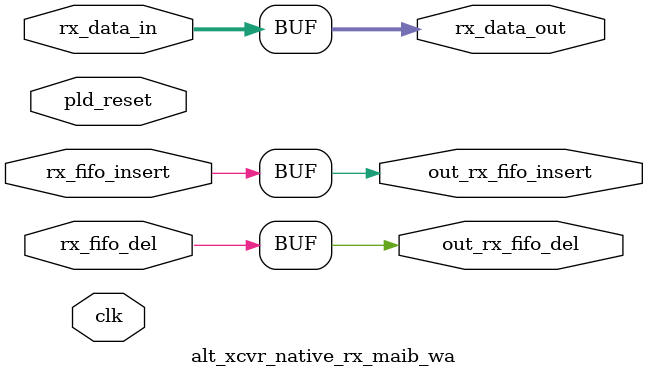
<source format=sv>




`timescale 1ps / 1ps


module  alt_xcvr_native_rx_maib_wa
#(
    // General Options
    parameter NUM_CHANNELS           = 1,                // Number of CHANNELS
    parameter WIDTH                  = "odwidth_32",    // Datapath width, from hssi_10g_rx_pcs_gb_rx_odwidth, "odwidth_32" "odwidth_40" "odwidth_50" "odwidth_64" "odwidth_66" or "odwidth_67"
    parameter RX_PCS_PROT_MODE       = "basic",         // RX PCS Protocol Mode, "teng_baser_mode", "teng_baser_krfec_mode" 
    parameter RX_MAIB_FIFO_MODE      = "rxphase_comp",  // RX MAIB FIFO Mode,  "rxclk_comp_10g", "rxphase_comp"
    parameter PRE_REG                = 1,               // pre-register required 
    parameter POST_REG               = 1                // post-register required 

) (
  // inputs and outputs
  input   wire  [NUM_CHANNELS-1:0]    clk  ,     // rx pld clock
  input   wire  [NUM_CHANNELS-1:0]    pld_reset, // reset request for rx_aib
  input   wire  [NUM_CHANNELS-1:0]    rx_fifo_insert, // rx_data_in was inserted by MAIB FIFO        
  input   wire  [NUM_CHANNELS-1:0]    rx_fifo_del,     
  input   wire  [80*NUM_CHANNELS-1:0] rx_data_in,         

  output  wire  [NUM_CHANNELS-1:0]    out_rx_fifo_insert, 
  output  wire  [NUM_CHANNELS-1:0]    out_rx_fifo_del,    
  output  wire  [80*NUM_CHANNELS-1:0] rx_data_out
);

localparam  [35:0]  IDLE_WORD = 36'hF07070707;
localparam  [7:0]   START_B        = 8'hFB;
localparam  [7:0]   OS_SEQ_B       = 8'h9C;
localparam  [7:0]   IDLE_B         = 8'h07;


genvar ig;  
generate

if ( ( (WIDTH=="odwidth_66") || (WIDTH=="odwidth_64") ) && (RX_MAIB_FIFO_MODE=="rxclk_comp_10g") &&
     ( (RX_PCS_PROT_MODE=="teng_baser_mode") || (RX_PCS_PROT_MODE=="teng_baser_krfec_mode") ) ) begin : g_chk_swap


    wire    [NUM_CHANNELS-1:0]   reset_sync;

    for (ig=0; ig<NUM_CHANNELS; ig++) begin : rst_sync
        // Synchronizer
        alt_xcvr_resync_std #(
            .SYNC_CHAIN_LENGTH( 3 ),
            .WIDTH( 1 ),
            .INIT_VALUE( 1'b1 )        
        ) reset_synchronizers (
            .clk      ( clk[ig] ),
            .reset    ( pld_reset[ig] ),
            .d        ( 1'b0 ),
            .q        ( reset_sync[ig] )
        );  
    end    // for ig

    wire  [80*NUM_CHANNELS-1:0] pre_data;    
    wire  [NUM_CHANNELS-1:0]    pre_fifo_insert;
    wire  [NUM_CHANNELS-1:0]    pre_fifo_del;

    // pre_data stage   
    if (PRE_REG)  begin  : pre_reg
       reg [80*NUM_CHANNELS-1:0] pre_data_reg;
       reg [NUM_CHANNELS-1:0]    pre_fifo_insert_reg;
       reg [NUM_CHANNELS-1:0]    pre_fifo_del_reg;
       assign pre_data = pre_data_reg;
       assign pre_fifo_insert = pre_fifo_insert_reg;
       assign pre_fifo_del    = pre_fifo_del_reg;
    
         for (ig=0; ig<NUM_CHANNELS; ig++) begin : pre_data_stor
           always @ (posedge clk[ig] or posedge reset_sync[ig] ) begin
               if (reset_sync[ig]) begin
                    pre_data_reg[ig*80 +:80] <= { 4'h0, IDLE_WORD, 4'h0, IDLE_WORD };
                    pre_fifo_insert_reg[ig]  <=  1'b0;
                    pre_fifo_del_reg[ig]     <=  1'b0;
               end 
               else   begin
                    pre_data_reg[ig*80 +:80] <=  rx_data_in[ig*80 +:80];
                    pre_fifo_insert_reg[ig]  <=  rx_fifo_insert[ig];
                    pre_fifo_del_reg[ig]     <=  rx_fifo_del[ig];
               end
           end   // always
         end  // for   
    end else  begin
        assign pre_data        = rx_data_in;
        assign pre_fifo_insert = rx_fifo_insert;
        assign pre_fifo_del    = rx_fifo_del;
    end

    // check and swap stage
    reg  [80*NUM_CHANNELS-1:0] dly_data;
    wire [NUM_CHANNELS-1:0]    data_matching;
    wire [NUM_CHANNELS-1:0]    data_valid, dly_data_valid;
    reg  [NUM_CHANNELS-1:0]    data_matched;
    wire [80*NUM_CHANNELS-1:0] adj_data;
    reg  [NUM_CHANNELS-1:0]    dly_fifo_insert;
    wire [NUM_CHANNELS-1:0]    adj_fifo_insert;
    reg  [NUM_CHANNELS-1:0]    dly_fifo_del;

    
    for (ig=0; ig<NUM_CHANNELS; ig++) begin : data_chk 
        assign data_valid[ig]    = pre_data[80*ig+79];
        assign dly_data_valid[ig]= dly_data[80*ig+79];
        assign data_matching[ig] = dly_data_valid[ig] && data_valid[ig] &&                                                                    // both DWord valid
                                   ( (dly_data[80*ig +:8]==IDLE_B) || (dly_data[80*ig +:8]==OS_SEQ_B) ) && (dly_data[80*ig+32]==1'b1) &&      // L W is IDLE or OS_SEQ on prevous DW
                                   (dly_data[80*ig+40 +:8]==START_B) && (dly_data[80*ig+72 +:4]==4'b0001)    &&                               // U W is START followed by data on previous DW
                                   pre_fifo_insert[ig];                                                                                       // current DW is inserted
        assign adj_data[80*ig +:40]    = dly_data[80*ig +:40];                         // copy lower word 
        assign adj_data[80*ig+40 +:40] = (data_matched[ig] & ~pre_fifo_insert[ig])?  dly_data[ig*80+40 +:40] :
                                         (data_matching[ig])? pre_data[80*ig+40 +:40] : dly_data[80*ig+40 +:40]; 
        assign adj_fifo_insert[ig]     = (data_matching[ig] & ~data_matched[ig] )? 1'b1 :   // upper word of previous dword is IDLE after swap
	                                 dly_fifo_insert[ig];                               // only lower word of last IDLE DWORD is IDLE after swap

                                    
        always @ (posedge clk[ig] or posedge reset_sync[ig] ) begin
            if (reset_sync[ig]) begin
                dly_data[ig*80 +:80]   <=  {4'h0, IDLE_WORD, 4'h0, IDLE_WORD};
                data_matched[ig]       <=  1'b0;
                dly_fifo_insert[ig]    <=  1'b0;
                dly_fifo_del[ig]       <=  1'b0;
            end
            else begin
                dly_data[ig*80 +:40]      <=  pre_data[ig*80 +:40] ;
                dly_data[ig*80+40 +:40]   <=  (data_matching[ig])? dly_data[ig*80+40 +:40] : pre_data[ig*80+40 +:40] ;  // if matching, keep START_Preamble in dly_data
                data_matched[ig]          <=  data_matching[ig];
                dly_fifo_insert[ig]       <=  pre_fifo_insert[ig];
                dly_fifo_del[ig]          <=  pre_fifo_del[ig];
            end
        end   // always
    end    // for
    
    // post_data stage
    if (POST_REG)  begin  : post_reg
        reg [80*NUM_CHANNELS-1:0] post_data_reg;
        reg [NUM_CHANNELS-1:0]    post_fifo_insert_reg;
        reg [NUM_CHANNELS-1:0]    post_fifo_del_reg;
        assign rx_data_out        = post_data_reg;
        assign out_rx_fifo_insert = post_fifo_insert_reg;
        assign out_rx_fifo_del    = post_fifo_del_reg;

        for (ig=0; ig<NUM_CHANNELS; ig++) begin : post_data_stor
   
          always @ (posedge clk[ig] or posedge reset_sync[ig] ) begin
		  if (reset_sync[ig]) begin  
                      post_data_reg[ig*80 +:80] <= {4'h0, IDLE_WORD, 4'h0, IDLE_WORD};
                      post_fifo_insert_reg[ig]  <= 1'b0;
                      post_fifo_del_reg[ig]     <= 1'b0;
                  end
                  else  begin
                      post_data_reg[ig*80 +:80] <=  adj_data[ig*80 +:80];
                      post_fifo_insert_reg[ig]  <=  adj_fifo_insert[ig];
                      post_fifo_del_reg[ig]     <=  dly_fifo_del[ig];
                  end
          end  // always
        end // for
    
     end else  begin
         assign rx_data_out        = adj_data;
         assign out_rx_fifo_insert = adj_fifo_insert;
         assign out_rx_fifo_del    = dly_fifo_del;
     end
    
end    else begin : g_bypass
    assign out_rx_fifo_insert = rx_fifo_insert;
    assign out_rx_fifo_del    = rx_fifo_del;
    assign rx_data_out        = rx_data_in;
end

endgenerate


endmodule


</source>
